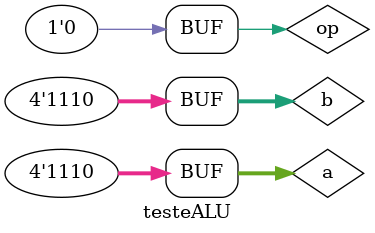
<source format=v>


module meiasoma (s0, s1, a, b);

 output s0,s1;
 input a, b;
 xor (s0,a,b);
 and (s1,a,b);
 
endmodule

// ---------------------
// -- SOMA COMPLETA
// ---------------------
module somaCompleta (s0, s1, a, b, c );

input a, b, c;
output s0, s1;

meiasoma HA1 (r,c1,a,b);
meiasoma HA2 (s0,c2,r,c);
or (s1,c2,c1);

endmodule

// ---------------------
// -- SOMA 4 bits
// ---------------------
module soma (s, a, b, op);

input  [3:0] a, b;
input op;
output [3:0] s;

xor XOR1 (n0,b[0],op);
somaCompleta FA1 (s[0],c1,a[0],n0,op);

xor XOR2 (n1,b[1],op);
somaCompleta FA2 (s[1],c2,a[1],n1,c1);

xor XOR3 (n2,b[2],op);
somaCompleta FA3 (s[2],c3,a[2],n2,c2);

xor XOR4 (n3,b[3],op);
somaCompleta FA4 (s[3],c4,a[3],n3,c3);

endmodule

// ---------------------
// -- Comparador logico 4-bits
// ---------------------
module comparador (s, a, b);

input [3:0] a, b;
output s;
wire [3:0] c;

xnor XNOR1 (c[0], a[0], b[0]);
xnor XNOR2 (c[1], a[1], b[1]);
xnor XNOR3 (c[2], a[2], b[2]);
xnor XNOR4 (c[3], a[3], b[3]);

and AND1 (s, c[3], c[2], c[1], c[0]);

endmodule

// ---------------------
// ------- ALU ---------
// ---------------------
module alu ( s, i, a, b, op);

input  [3:0] a, b;
input op;
output [3:0] s;
output i;

soma SOMA1 (s, a, b, op);
comparador COMPARADOR1 (i, a, b);

endmodule

// ---------------------
// --- Teste ALU -------
// ---------------------
module testeALU( );

reg [3:0] a, b;
reg op = 0;
wire [3:0]s;
wire i;

alu ALU1(s, i, a, b, op);

  initial begin:start
   a[3]= 0; a[2]=0; a[1]=0; a[0]=0;
   b[3]= 0; b[2]=0; b[1]=0; b[0]=0;
  end

  initial begin: main
 
   $display("Exercicio 01");
   $display("Celso R Franca Jr - 404590");
   $display("\n     ALU 4bits\n");
   $display("[fator1] + [fator2] = [soma] - comparacao \n");
   $monitor("   %b   +   %b    =  %b   -   comparacao = [%b]  ", a, b, s, i);

   #1
        a[3]= 0; a[2]=0; a[1]=0; a[0]=1;
        b[3]= 0; b[2]=0; b[1]=0; b[0]=1;
   #1
        a[3]= 0; a[2]=0; a[1]=1; a[0]=1;
        b[3]= 0; b[2]=0; b[1]=0; b[0]=1;
   #1
        a[3]= 1; a[2]=1; a[1]=0; a[0]=0;
        b[3]= 1; b[2]=1; b[1]=0; b[0]=1;
        
    #1
        a[3]= 1; a[2]=0; a[1]=0; a[0]=1;
        b[3]= 0; b[2]=0; b[1]=0; b[0]=1;
		  
	 #1
        a[3]= 1; a[2]=1; a[1]=1; a[0]=0;
        b[3]= 1; b[2]=1; b[1]=1; b[0]=0;
		  
        
  #1 $display("\n                                   1 - iguais");
  #1 $display("                                   0 - diferentes\n");
	

    #1 $display("_____________");
  end
endmodule

















</source>
